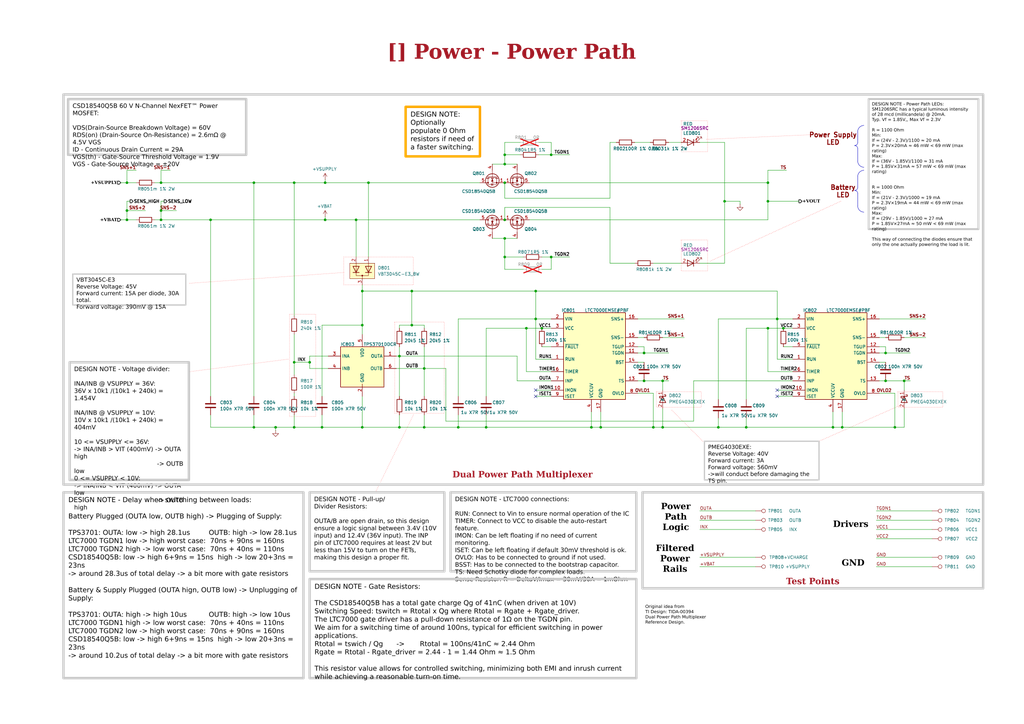
<source format=kicad_sch>
(kicad_sch (version 20231120) (generator "eeschema") (generator_version "8.0")
  (paper "A3")
  (title_block (title "Power - Power Path") (date "Last Modified Date") (rev "${REVISION}") (company "${COMPANY}"))
  (lib_symbols
    (symbol "Charge_Manager_SYM:PMEG4030EXEX"
      (property "Reference" "D" (at 0 6.096 0))
      (property "Value" "PMEG4030EXEX" (at 0 3.556 0))
      (symbol "PMEG4030EXEX_0_1"
        (polyline (pts (xy 0 0) (xy 2.54 0)))
        (polyline (pts (xy 0 -1.27) (xy 0 1.27) (xy 2.54 0) (xy 0 -1.27)) (stroke (width 0.254)))
        (polyline (pts (xy 3.175 -0.635) (xy 3.175 -1.27) (xy 2.54 -1.27) (xy 2.54 1.27) (xy 1.905 1.27) (xy 1.905 0.635)) (stroke (width 0.254)))
      )
      (symbol "PMEG4030EXEX_1_1"
        (pin passive line (at 5.08 0 180) (length 2.54) (name "K") (number "1"))
        (pin passive line (at -2.54 0 0) (length 2.54) (name "A") (number "2"))
      )
    )
    (symbol "Charge_Manager_SYM:SM1206SRC" (pin_names hide)
      (property "Reference" "LED601" (at 8.89 -3.81 90))
      (property "Value" "SM1206SRC" (at 6.35 -3.81 90))
      (symbol "SM1206SRC_0_1"
        (polyline (pts (xy 0 -1.27) (xy 0 1.27)) (stroke (width 0.254)))
        (polyline (pts (xy 0 0) (xy 2.54 0)))
        (polyline (pts (xy 2.54 -1.27) (xy 2.54 1.27) (xy 0 0) (xy 2.54 -1.27)) (stroke (width 0.254)))
        (polyline (pts (xy -1.778 -0.762) (xy -3.302 -2.286) (xy -2.54 -2.286) (xy -3.302 -2.286) (xy -3.302 -1.524)))
        (polyline (pts (xy -0.508 -0.762) (xy -2.032 -2.286) (xy -1.27 -2.286) (xy -2.032 -2.286) (xy -2.032 -1.524)))
      )
      (symbol "SM1206SRC_1_1"
        (pin passive line (at -2.54 0 0) (length 2.54) (name "K") (number "1"))
        (pin passive line (at 5.08 0 180) (length 2.54) (name "A") (number "2"))
      )
    )
    (symbol "Charge_Manager_SYM:TPS3701DDCR"
      (property "Reference" "IC" (at 5.08 4.064 0))
      (property "Value" "TPS3701DDCR" (at 14.224 4.064 0))
      (symbol "TPS3701DDCR_1_1"
        (rectangle (start 5.08 2.54) (end 22.86 -13.97) (stroke (width 0.254)) (fill (type background)))
        (pin passive line (at 27.94 -1.27 180) (length 5.08) (name "OUTA") (number "1"))
        (pin passive line (at 13.97 -17.78 90) (length 5.08) (name "GND") (number "2"))
        (pin passive line (at 0 -1.27 0) (length 5.08) (name "INA") (number "3"))
        (pin passive line (at 0 -6.35 0) (length 5.08) (name "INB") (number "4"))
        (pin passive line (at 13.97 7.62 270) (length 5.08) (name "VDD") (number "5"))
        (pin passive line (at 27.94 -6.35 180) (length 5.08) (name "OUTB") (number "6"))
      )
    )
    (symbol "Charge_Manager_SYM:VBT3045C-E3_8W"
      (property "Reference" "D" (at 0 9.144 0))
      (property "Value" "VBT3045C-E3_8W" (at -0.254 7.112 0))
      (symbol "VBT3045C-E3_8W_0_0"
        (polyline (pts (xy 3.81 -1.27) (xy 3.81 -3.81)) (stroke (width 0.254)))
        (polyline (pts (xy 3.81 1.27) (xy 3.81 3.81)) (stroke (width 0.254)))
      )
      (symbol "VBT3045C-E3_8W_0_1"
        (polyline (pts (xy 5.08 0) (xy 6.35 0)))
        (polyline (pts (xy 0 -2.54) (xy 5.08 -2.54) (xy 5.08 2.54) (xy 0 2.54)))
        (polyline (pts (xy 1.27 -1.27) (xy 3.81 -2.54) (xy 1.27 -3.81) (xy 1.27 -1.27) (xy 1.27 -1.27) (xy 1.27 -1.27)) (stroke (width 0.254)))
        (polyline (pts (xy 1.27 3.81) (xy 3.81 2.54) (xy 1.27 1.27) (xy 1.27 3.81) (xy 1.27 3.81) (xy 1.27 3.81)) (stroke (width 0.254)))
        (circle (center 5.08 0) (radius 0.254) (fill (type outline)))
      )
      (symbol "VBT3045C-E3_8W_1_1"
        (rectangle (start 0 5.08) (end 6.35 -5.08) (fill (type background)))
        (pin passive line (at -2.54 2.54 0) (length 2.54) (name "") (number "1"))
        (pin passive line (at -2.54 -2.54 0) (length 2.54) (name "") (number "2"))
        (pin passive line (at 8.89 0 180) (length 2.54) (name "") (number "3"))
      )
    )
    (symbol "Connector:TestPoint" (pin_numbers hide) (pin_names (offset 0.762) hide)
      (property "Reference" "TP" (at 0 6.858 0))
      (property "Value" "TestPoint" (at 0 5.08 0))
      (symbol "TestPoint_0_1"
        (circle (center 0 3.302) (radius 0.762))
      )
      (symbol "TestPoint_1_1"
        (pin passive line (at 0 0 90) (length 2.54) (name "1") (number "1"))
      )
    )
    (symbol "Device:C" (pin_numbers hide) (pin_names (offset 0.254))
      (property "Reference" "C" (at 0.635 2.54 0))
      (property "Value" "C" (at 0.635 -2.54 0))
      (symbol "C_0_1"
        (polyline (pts (xy -2.032 -0.762) (xy 2.032 -0.762)) (stroke (width 0.508)))
        (polyline (pts (xy -2.032 0.762) (xy 2.032 0.762)) (stroke (width 0.508)))
      )
      (symbol "C_1_1"
        (pin passive line (at 0 3.81 270) (length 2.794) (name "~") (number "1"))
        (pin passive line (at 0 -3.81 90) (length 2.794) (name "~") (number "2"))
      )
    )
    (symbol "Device:R" (pin_numbers hide) (pin_names (offset 0))
      (property "Reference" "R" (at 2.032 0 90))
      (property "Value" "R" (at 0 0 90))
      (symbol "R_0_1"
        (rectangle (start -1.016 -2.54) (end 1.016 2.54) (stroke (width 0.254)))
      )
      (symbol "R_1_1"
        (pin passive line (at 0 3.81 270) (length 1.27) (name "~") (number "1"))
        (pin passive line (at 0 -3.81 90) (length 1.27) (name "~") (number "2"))
      )
    )
    (symbol "LTC7000EMSE#PBF_1"
      (property "Reference" "IC801" (at 7.112 3.556 0))
      (property "Value" "LTC7000EMSE#PBF" (at 22.86 3.556 0))
      (symbol "LTC7000EMSE#PBF_1_1_1"
        (rectangle (start 5.08 2.54) (end 30.48 -33.02) (stroke (width 0.254)) (fill (type background)))
        (pin passive line (at 0 -16.51 0) (length 5.08) (name "RUN") (number "1"))
        (pin passive line (at 0 -29.21 0) (length 5.08) (name "IMON") (number "10"))
        (pin passive line (at 35.56 -13.97 180) (length 5.08) (name "TGDN") (number "11"))
        (pin passive line (at 35.56 -11.43 180) (length 5.08) (name "TGUP") (number "12"))
        (pin passive line (at 35.56 -25.4 180) (length 5.08) (name "TS") (number "13"))
        (pin passive line (at 35.56 -17.78 180) (length 5.08) (name "BST") (number "14"))
        (pin passive line (at 35.56 -7.62 180) (length 5.08) (name "SNS-") (number "15"))
        (pin passive line (at 35.56 0 180) (length 5.08) (name "SNS+") (number "16"))
        (pin passive line (at 20.32 -38.1 90) (length 5.08) (name "GND") (number "17"))
        (pin passive line (at 0 0 0) (length 5.08) (name "VIN") (number "2"))
        (pin passive line (at 0 -3.81 0) (length 5.08) (name "VCC") (number "3"))
        (pin passive line (at 16.51 -38.1 90) (length 5.08) (name "VCCUV") (number "4"))
        (pin passive line (at 0 -11.43 0) (length 5.08) (name "~{FAULT}") (number "5"))
        (pin passive line (at 0 -21.59 0) (length 5.08) (name "TIMER") (number "6"))
        (pin passive line (at 0 -25.4 0) (length 5.08) (name "INP") (number "7"))
        (pin passive line (at 35.56 -30.48 180) (length 5.08) (name "OVLO") (number "8"))
        (pin passive line (at 0 -31.75 0) (length 5.08) (name "ISET") (number "9"))
      )
    )
    (symbol "Transistor_FET:CSD18540Q5B" (pin_names hide)
      (property "Reference" "Q" (at 5.08 1.905 0))
      (property "Value" "CSD18540Q5B" (at 5.08 0 0))
      (symbol "CSD18540Q5B_0_1"
        (polyline (pts (xy 0.254 0) (xy -2.54 0)))
        (polyline (pts (xy 0.254 1.905) (xy 0.254 -1.905)) (stroke (width 0.254)))
        (polyline (pts (xy 0.762 -1.27) (xy 0.762 -2.286)) (stroke (width 0.254)))
        (polyline (pts (xy 0.762 0.508) (xy 0.762 -0.508)) (stroke (width 0.254)))
        (polyline (pts (xy 0.762 2.286) (xy 0.762 1.27)) (stroke (width 0.254)))
        (polyline (pts (xy 2.54 2.54) (xy 2.54 1.778)))
        (polyline (pts (xy 2.54 -2.54) (xy 2.54 0) (xy 0.762 0)))
        (polyline (pts (xy 0.762 -1.778) (xy 3.302 -1.778) (xy 3.302 1.778) (xy 0.762 1.778)))
        (polyline (pts (xy 1.016 0) (xy 2.032 0.381) (xy 2.032 -0.381) (xy 1.016 0)) (fill (type outline)))
        (polyline (pts (xy 2.794 0.508) (xy 2.921 0.381) (xy 3.683 0.381) (xy 3.81 0.254)))
        (polyline (pts (xy 3.302 0.381) (xy 2.921 -0.254) (xy 3.683 -0.254) (xy 3.302 0.381)))
        (circle (center 1.651 0) (radius 2.794) (stroke (width 0.254)))
        (circle (center 2.54 -1.778) (radius 0.254) (fill (type outline)))
        (circle (center 2.54 1.778) (radius 0.254) (fill (type outline)))
      )
      (symbol "CSD18540Q5B_1_1"
        (pin passive line (at 2.54 -5.08 90) (length 2.54) (name "S") (number "1"))
        (pin passive line (at 2.54 -5.08 90) (length 2.54) hide (name "S") (number "2"))
        (pin passive line (at 2.54 -5.08 90) (length 2.54) hide (name "S") (number "3"))
        (pin passive line (at -5.08 0 0) (length 2.54) (name "G") (number "4"))
        (pin passive line (at 2.54 5.08 270) (length 2.54) (name "D") (number "5"))
      )
    )
    (symbol "power:+3V3" (power) (pin_numbers hide) (pin_names (offset 0) hide)
      (property "Value" "+3V3" (at 0 3.556 0))
      (symbol "+3V3_0_1"
        (polyline (pts (xy -0.762 1.27) (xy 0 2.54)))
        (polyline (pts (xy 0 0) (xy 0 2.54)))
        (polyline (pts (xy 0 2.54) (xy 0.762 1.27)))
      )
      (symbol "+3V3_1_1"
        (pin power_in line (at 0 0 90) (length 0) (name "~") (number "1"))
      )
    )
    (symbol "power:GND" (power) (pin_numbers hide) (pin_names (offset 0) hide)
      (property "Value" "GND" (at 0 -3.81 0))
      (symbol "GND_0_1"
        (polyline (pts (xy 0 0) (xy 0 -1.27) (xy 1.27 -1.27) (xy 0 -2.54) (xy -1.27 -1.27) (xy 0 -1.27)))
      )
      (symbol "GND_1_1"
        (pin power_in line (at 0 0 270) (length 0) (name "~") (number "1"))
      )
    )
  )
  (junction (at 345.44 175.26))
  (junction (at 66.04 90.17))
  (junction (at 168.91 119.38))
  (junction (at 246.38 175.26))
  (junction (at 52.07 74.93))
  (junction (at 151.13 74.93))
  (junction (at 341.63 175.26))
  (junction (at 66.04 86.36))
  (junction (at 226.06 105.41))
  (junction (at 127 148.59))
  (junction (at 132.08 175.26))
  (junction (at 363.22 144.78))
  (junction (at 113.03 175.26))
  (junction (at 104.14 175.26))
  (junction (at 271.78 156.21))
  (junction (at 363.22 156.21))
  (junction (at 120.65 175.26))
  (junction (at 314.96 82.55))
  (junction (at 187.96 175.26))
  (junction (at 321.31 134.62))
  (junction (at 294.64 175.26))
  (junction (at 207.01 105.41))
  (junction (at 264.16 144.78))
  (junction (at 264.16 156.21))
  (junction (at 219.71 130.81))
  (junction (at 207.01 74.93))
  (junction (at 146.05 90.17))
  (junction (at 367.03 175.26))
  (junction (at 318.77 130.81))
  (junction (at 226.06 63.5))
  (junction (at 52.07 86.36))
  (junction (at 207.01 67.31))
  (junction (at 66.04 74.93))
  (junction (at 148.59 133.35))
  (junction (at 168.91 133.35))
  (junction (at 242.57 175.26))
  (junction (at 163.83 175.26))
  (junction (at 104.14 74.93))
  (junction (at 120.65 148.59))
  (junction (at 215.9 134.62))
  (junction (at 148.59 175.26))
  (junction (at 219.71 119.38))
  (junction (at 306.07 175.26))
  (junction (at 271.78 175.26))
  (junction (at 199.39 175.26))
  (junction (at 207.01 97.79))
  (junction (at 222.25 134.62))
  (junction (at 86.36 90.17))
  (junction (at 207.01 90.17))
  (junction (at 297.18 82.55))
  (junction (at 133.35 74.93))
  (junction (at 267.97 175.26))
  (junction (at 207.01 63.5))
  (junction (at 163.83 146.05))
  (junction (at 314.96 74.93))
  (junction (at 148.59 119.38))
  (junction (at 370.84 156.21))
  (junction (at 173.99 151.13))
  (junction (at 52.07 90.17))
  (junction (at 133.35 90.17))
  (junction (at 173.99 175.26))
  (junction (at 120.65 74.93))
  (junction (at 314.96 134.62))
  (no_connect (at 318.77 162.56))
  (no_connect (at 318.77 160.02))
  (no_connect (at 219.71 162.56))
  (no_connect (at 219.71 160.02))
  (wire (pts (xy 284.48 156.21) (xy 284.48 172.72)))
  (wire (pts (xy 219.71 160.02) (xy 226.06 160.02)))
  (wire (pts (xy 151.13 74.93) (xy 151.13 105.41)))
  (wire (pts (xy 212.09 97.79) (xy 207.01 97.79)))
  (wire (pts (xy 294.64 171.45) (xy 294.64 175.26)))
  (wire (pts (xy 199.39 170.18) (xy 199.39 175.26)))
  (wire (pts (xy 250.19 107.95) (xy 260.35 107.95)))
  (wire (pts (xy 267.97 175.26) (xy 271.78 175.26)))
  (wire (pts (xy 222.25 110.49) (xy 226.06 110.49)))
  (wire (pts (xy 321.31 142.24) (xy 325.12 142.24)))
  (wire (pts (xy 250.19 58.42) (xy 252.73 58.42)))
  (wire (pts (xy 187.96 130.81) (xy 219.71 130.81)))
  (wire (pts (xy 360.68 148.59) (xy 363.22 148.59)))
  (wire (pts (xy 359.41 209.55) (xy 382.27 209.55)))
  (wire (pts (xy 113.03 175.26) (xy 120.65 175.26)))
  (wire (pts (xy 163.83 175.26) (xy 173.99 175.26)))
  (wire (pts (xy 187.96 170.18) (xy 187.96 175.26)))
  (wire (pts (xy 207.01 63.5) (xy 207.01 67.31)))
  (wire (pts (xy 207.01 58.42) (xy 207.01 63.5)))
  (wire (pts (xy 199.39 162.56) (xy 199.39 134.62)))
  (wire (pts (xy 341.63 175.26) (xy 345.44 175.26)))
  (wire (pts (xy 250.19 58.42) (xy 250.19 81.28)))
  (wire (pts (xy 201.93 97.79) (xy 207.01 97.79)))
  (wire (pts (xy 318.77 130.81) (xy 318.77 147.32)))
  (wire (pts (xy 261.62 130.81) (xy 280.67 130.81)))
  (polyline (pts (xy 118.11 147.32) (xy 78.105 152.4)) (stroke (width 0) (type dot) (color 255 0 0 1)))
  (wire (pts (xy 133.35 73.66) (xy 133.35 74.93)))
  (wire (pts (xy 314.96 152.4) (xy 325.12 152.4)))
  (wire (pts (xy 187.96 175.26) (xy 199.39 175.26)))
  (wire (pts (xy 104.14 170.18) (xy 104.14 175.26)))
  (wire (pts (xy 219.71 130.81) (xy 219.71 147.32)))
  (wire (pts (xy 271.78 167.64) (xy 271.78 175.26)))
  (wire (pts (xy 182.88 151.13) (xy 182.88 172.72)))
  (wire (pts (xy 314.96 134.62) (xy 321.31 134.62)))
  (wire (pts (xy 163.83 142.24) (xy 163.83 146.05)))
  (wire (pts (xy 52.07 86.36) (xy 59.69 86.36)))
  (wire (pts (xy 274.32 58.42) (xy 279.4 58.42)))
  (wire (pts (xy 127 146.05) (xy 127 148.59)))
  (wire (pts (xy 207.01 110.49) (xy 214.63 110.49)))
  (wire (pts (xy 207.01 67.31) (xy 212.09 67.31)))
  (wire (pts (xy 314.96 82.55) (xy 314.96 90.17)))
  (wire (pts (xy 314.96 69.85) (xy 314.96 74.93)))
  (wire (pts (xy 132.08 170.18) (xy 132.08 175.26)))
  (wire (pts (xy 267.97 107.95) (xy 279.4 107.95)))
  (wire (pts (xy 163.83 146.05) (xy 163.83 162.56)))
  (wire (pts (xy 345.44 168.91) (xy 345.44 175.26)))
  (wire (pts (xy 360.68 161.29) (xy 367.03 161.29)))
  (wire (pts (xy 63.5 90.17) (xy 66.04 90.17)))
  (wire (pts (xy 120.65 74.93) (xy 120.65 129.54)))
  (wire (pts (xy 127 151.13) (xy 134.62 151.13)))
  (wire (pts (xy 207.01 105.41) (xy 207.01 110.49)))
  (wire (pts (xy 52.07 69.85) (xy 55.88 69.85)))
  (wire (pts (xy 163.83 133.35) (xy 163.83 134.62)))
  (wire (pts (xy 306.07 171.45) (xy 306.07 175.26)))
  (wire (pts (xy 287.02 228.6) (xy 309.88 228.6)))
  (wire (pts (xy 215.9 152.4) (xy 226.06 152.4)))
  (wire (pts (xy 297.18 58.42) (xy 297.18 82.55)))
  (wire (pts (xy 49.53 74.93) (xy 52.07 74.93)))
  (wire (pts (xy 271.78 156.21) (xy 271.78 160.02)))
  (wire (pts (xy 261.62 144.78) (xy 264.16 144.78)))
  (wire (pts (xy 284.48 156.21) (xy 325.12 156.21)))
  (wire (pts (xy 261.62 156.21) (xy 264.16 156.21)))
  (wire (pts (xy 217.17 90.17) (xy 314.96 90.17)))
  (wire (pts (xy 318.77 119.38) (xy 318.77 130.81)))
  (wire (pts (xy 52.07 82.55) (xy 53.34 82.55)))
  (wire (pts (xy 162.56 146.05) (xy 163.83 146.05)))
  (wire (pts (xy 287.02 232.41) (xy 309.88 232.41)))
  (wire (pts (xy 113.03 176.53) (xy 113.03 175.26)))
  (wire (pts (xy 66.04 82.55) (xy 66.04 86.36)))
  (wire (pts (xy 207.01 105.41) (xy 214.63 105.41)))
  (wire (pts (xy 207.01 97.79) (xy 207.01 105.41)))
  (wire (pts (xy 219.71 130.81) (xy 226.06 130.81)))
  (wire (pts (xy 226.06 58.42) (xy 226.06 63.5)))
  (wire (pts (xy 226.06 105.41) (xy 226.06 110.49)))
  (polyline (pts (xy 140.97 111.76) (xy 77.47 116.205)) (stroke (width 0) (type dot) (color 255 0 0 1)))
  (wire (pts (xy 52.07 90.17) (xy 55.88 90.17)))
  (wire (pts (xy 261.62 148.59) (xy 264.16 148.59)))
  (wire (pts (xy 359.41 213.36) (xy 382.27 213.36)))
  (wire (pts (xy 367.03 175.26) (xy 370.84 175.26)))
  (wire (pts (xy 217.17 74.93) (xy 314.96 74.93)))
  (wire (pts (xy 363.22 156.21) (xy 370.84 156.21)))
  (wire (pts (xy 318.77 162.56) (xy 325.12 162.56)))
  (wire (pts (xy 261.62 138.43) (xy 264.16 138.43)))
  (wire (pts (xy 173.99 133.35) (xy 173.99 134.62)))
  (polyline (pts (xy 351.79 60.96) (xy 351.815 66.06)))
  (wire (pts (xy 182.88 172.72) (xy 284.48 172.72)))
  (wire (pts (xy 207.01 63.5) (xy 213.36 63.5)))
  (wire (pts (xy 120.65 148.59) (xy 120.65 153.67)))
  (wire (pts (xy 86.36 162.56) (xy 86.36 90.17)))
  (wire (pts (xy 120.65 148.59) (xy 127 148.59)))
  (wire (pts (xy 173.99 151.13) (xy 182.88 151.13)))
  (wire (pts (xy 199.39 134.62) (xy 215.9 134.62)))
  (polyline (pts (xy 344.805 82.55) (xy 290.83 107.315)) (stroke (width 0) (type dot) (color 255 0 0 1)))
  (wire (pts (xy 52.07 74.93) (xy 55.88 74.93)))
  (wire (pts (xy 86.36 175.26) (xy 104.14 175.26)))
  (wire (pts (xy 151.13 74.93) (xy 196.85 74.93)))
  (wire (pts (xy 120.65 74.93) (xy 133.35 74.93)))
  (wire (pts (xy 360.68 156.21) (xy 363.22 156.21)))
  (wire (pts (xy 306.07 175.26) (xy 341.63 175.26)))
  (wire (pts (xy 271.78 138.43) (xy 280.67 138.43)))
  (wire (pts (xy 133.35 74.93) (xy 151.13 74.93)))
  (wire (pts (xy 52.07 69.85) (xy 52.07 74.93)))
  (wire (pts (xy 146.05 90.17) (xy 196.85 90.17)))
  (wire (pts (xy 219.71 119.38) (xy 318.77 119.38)))
  (wire (pts (xy 162.56 151.13) (xy 173.99 151.13)))
  (wire (pts (xy 222.25 142.24) (xy 226.06 142.24)))
  (wire (pts (xy 86.36 90.17) (xy 133.35 90.17)))
  (wire (pts (xy 163.83 170.18) (xy 163.83 175.26)))
  (wire (pts (xy 370.84 167.64) (xy 370.84 175.26)))
  (wire (pts (xy 341.63 168.91) (xy 341.63 175.26)))
  (wire (pts (xy 294.64 175.26) (xy 306.07 175.26)))
  (wire (pts (xy 173.99 170.18) (xy 173.99 175.26)))
  (wire (pts (xy 215.9 134.62) (xy 215.9 152.4)))
  (wire (pts (xy 49.53 90.17) (xy 52.07 90.17)))
  (wire (pts (xy 173.99 175.26) (xy 187.96 175.26)))
  (wire (pts (xy 303.53 82.55) (xy 303.53 83.82)))
  (wire (pts (xy 104.14 74.93) (xy 120.65 74.93)))
  (polyline (pts (xy 351.79 58.42) (xy 351.815 53.995)))
  (wire (pts (xy 146.05 90.17) (xy 146.05 105.41)))
  (wire (pts (xy 264.16 142.24) (xy 264.16 144.78)))
  (wire (pts (xy 261.62 161.29) (xy 267.97 161.29)))
  (wire (pts (xy 120.65 175.26) (xy 132.08 175.26)))
  (wire (pts (xy 267.97 161.29) (xy 267.97 175.26)))
  (wire (pts (xy 168.91 119.38) (xy 219.71 119.38)))
  (wire (pts (xy 63.5 74.93) (xy 66.04 74.93)))
  (wire (pts (xy 314.96 134.62) (xy 314.96 152.4)))
  (polyline (pts (xy 368.935 166.37) (xy 335.915 180.975)) (stroke (width 0) (type dot) (color 255 0 0 1)))
  (polyline (pts (xy 169.545 170.18) (xy 154.305 201.295)) (stroke (width 0) (type dot) (color 255 0 0 1)))
  (wire (pts (xy 148.59 116.84) (xy 148.59 119.38)))
  (wire (pts (xy 287.02 217.17) (xy 309.88 217.17)))
  (wire (pts (xy 294.64 130.81) (xy 318.77 130.81)))
  (wire (pts (xy 360.68 142.24) (xy 363.22 142.24)))
  (wire (pts (xy 127 148.59) (xy 127 151.13)))
  (wire (pts (xy 199.39 175.26) (xy 242.57 175.26)))
  (wire (pts (xy 370.84 156.21) (xy 370.84 160.02)))
  (wire (pts (xy 359.41 228.6) (xy 382.27 228.6)))
  (wire (pts (xy 207.01 74.93) (xy 207.01 81.28)))
  (wire (pts (xy 321.31 134.62) (xy 325.12 134.62)))
  (wire (pts (xy 318.77 160.02) (xy 325.12 160.02)))
  (wire (pts (xy 359.41 232.41) (xy 382.27 232.41)))
  (wire (pts (xy 367.03 161.29) (xy 367.03 175.26)))
  (wire (pts (xy 271.78 175.26) (xy 294.64 175.26)))
  (wire (pts (xy 220.98 63.5) (xy 226.06 63.5)))
  (wire (pts (xy 242.57 175.26) (xy 246.38 175.26)))
  (wire (pts (xy 264.16 156.21) (xy 271.78 156.21)))
  (wire (pts (xy 86.36 170.18) (xy 86.36 175.26)))
  (wire (pts (xy 132.08 133.35) (xy 132.08 162.56)))
  (wire (pts (xy 120.65 170.18) (xy 120.65 175.26)))
  (wire (pts (xy 260.35 58.42) (xy 266.7 58.42)))
  (wire (pts (xy 66.04 86.36) (xy 72.39 86.36)))
  (wire (pts (xy 173.99 151.13) (xy 173.99 162.56)))
  (wire (pts (xy 148.59 119.38) (xy 148.59 133.35)))
  (wire (pts (xy 370.84 138.43) (xy 379.73 138.43)))
  (wire (pts (xy 148.59 162.56) (xy 148.59 175.26)))
  (wire (pts (xy 318.77 147.32) (xy 325.12 147.32)))
  (wire (pts (xy 363.22 144.78) (xy 373.38 144.78)))
  (wire (pts (xy 120.65 161.29) (xy 120.65 162.56)))
  (wire (pts (xy 360.68 138.43) (xy 363.22 138.43)))
  (wire (pts (xy 222.25 105.41) (xy 226.06 105.41)))
  (wire (pts (xy 250.19 107.95) (xy 250.19 85.09)))
  (wire (pts (xy 207.01 85.09) (xy 207.01 90.17)))
  (polyline (pts (xy 351.79 76.835) (xy 351.815 72.41)))
  (wire (pts (xy 360.68 144.78) (xy 363.22 144.78)))
  (wire (pts (xy 148.59 119.38) (xy 168.91 119.38)))
  (wire (pts (xy 132.08 133.35) (xy 148.59 133.35)))
  (wire (pts (xy 220.98 58.42) (xy 226.06 58.42)))
  (wire (pts (xy 345.44 175.26) (xy 367.03 175.26)))
  (wire (pts (xy 271.78 156.21) (xy 274.32 156.21)))
  (wire (pts (xy 207.01 85.09) (xy 250.19 85.09)))
  (wire (pts (xy 215.9 134.62) (xy 222.25 134.62)))
  (wire (pts (xy 132.08 175.26) (xy 148.59 175.26)))
  (wire (pts (xy 66.04 69.85) (xy 69.85 69.85)))
  (wire (pts (xy 104.14 175.26) (xy 113.03 175.26)))
  (wire (pts (xy 359.41 217.17) (xy 382.27 217.17)))
  (wire (pts (xy 52.07 82.55) (xy 52.07 86.36)))
  (wire (pts (xy 66.04 86.36) (xy 66.04 90.17)))
  (wire (pts (xy 148.59 133.35) (xy 148.59 137.16)))
  (wire (pts (xy 207.01 58.42) (xy 213.36 58.42)))
  (wire (pts (xy 314.96 74.93) (xy 314.96 82.55)))
  (wire (pts (xy 201.93 67.31) (xy 207.01 67.31)))
  (wire (pts (xy 287.02 58.42) (xy 297.18 58.42)))
  (polyline (pts (xy 275.59 168.275) (xy 288.29 180.975)) (stroke (width 0) (type dot) (color 255 0 0 1)))
  (wire (pts (xy 133.35 88.9) (xy 133.35 90.17)))
  (wire (pts (xy 168.91 119.38) (xy 168.91 133.35)))
  (wire (pts (xy 163.83 133.35) (xy 168.91 133.35)))
  (wire (pts (xy 104.14 162.56) (xy 104.14 74.93)))
  (wire (pts (xy 120.65 137.16) (xy 120.65 148.59)))
  (wire (pts (xy 360.68 130.81) (xy 379.73 130.81)))
  (wire (pts (xy 148.59 175.26) (xy 163.83 175.26)))
  (wire (pts (xy 287.02 107.95) (xy 297.18 107.95)))
  (polyline (pts (xy 332.74 55.245) (xy 289.56 57.15)) (stroke (width 0) (type dot) (color 255 0 0 1)))
  (wire (pts (xy 264.16 144.78) (xy 274.32 144.78)))
  (wire (pts (xy 66.04 74.93) (xy 104.14 74.93)))
  (wire (pts (xy 297.18 82.55) (xy 297.18 107.95)))
  (wire (pts (xy 246.38 175.26) (xy 267.97 175.26)))
  (wire (pts (xy 133.35 90.17) (xy 146.05 90.17)))
  (wire (pts (xy 222.25 134.62) (xy 226.06 134.62)))
  (wire (pts (xy 359.41 220.98) (xy 382.27 220.98)))
  (wire (pts (xy 219.71 162.56) (xy 226.06 162.56)))
  (wire (pts (xy 163.83 146.05) (xy 212.09 146.05)))
  (wire (pts (xy 168.91 133.35) (xy 173.99 133.35)))
  (wire (pts (xy 297.18 82.55) (xy 303.53 82.55)))
  (wire (pts (xy 66.04 82.55) (xy 67.31 82.55)))
  (wire (pts (xy 246.38 168.91) (xy 246.38 175.26)))
  (wire (pts (xy 306.07 163.83) (xy 306.07 134.62)))
  (wire (pts (xy 363.22 142.24) (xy 363.22 144.78)))
  (wire (pts (xy 212.09 156.21) (xy 226.06 156.21)))
  (wire (pts (xy 127 146.05) (xy 134.62 146.05)))
  (wire (pts (xy 66.04 69.85) (xy 66.04 74.93)))
  (wire (pts (xy 294.64 130.81) (xy 294.64 163.83)))
  (wire (pts (xy 287.02 213.36) (xy 309.88 213.36)))
  (wire (pts (xy 314.96 82.55) (xy 327.66 82.55)))
  (wire (pts (xy 187.96 130.81) (xy 187.96 162.56)))
  (wire (pts (xy 219.71 147.32) (xy 226.06 147.32)))
  (wire (pts (xy 207.01 81.28) (xy 250.19 81.28)))
  (wire (pts (xy 219.71 119.38) (xy 219.71 130.81)))
  (wire (pts (xy 173.99 142.24) (xy 173.99 151.13)))
  (wire (pts (xy 226.06 63.5) (xy 233.68 63.5)))
  (polyline (pts (xy 351.79 79.375) (xy 351.815 84.475)))
  (wire (pts (xy 242.57 168.91) (xy 242.57 175.26)))
  (wire (pts (xy 212.09 146.05) (xy 212.09 156.21)))
  (wire (pts (xy 314.96 69.85) (xy 322.58 69.85)))
  (wire (pts (xy 306.07 134.62) (xy 314.96 134.62)))
  (wire (pts (xy 287.02 209.55) (xy 309.88 209.55)))
  (wire (pts (xy 66.04 90.17) (xy 86.36 90.17)))
  (wire (pts (xy 52.07 86.36) (xy 52.07 90.17)))
  (wire (pts (xy 370.84 156.21) (xy 373.38 156.21)))
  (wire (pts (xy 318.77 130.81) (xy 325.12 130.81)))
  (wire (pts (xy 226.06 105.41) (xy 233.68 105.41)))
  (wire (pts (xy 261.62 142.24) (xy 264.16 142.24)))
  (rectangle (start 161.925 132.08) (end 182.245 169.545) (stroke (width 0) (type dot) (color 255 0 0 1)))
  (arc (start 351.79 58.42) (mid 351.4109 59.3109) (end 350.52 59.69))
  (arc (start 351.79 72.39) (mid 352.5426 70.6026) (end 354.33 69.85))
  (rectangle (start 279.4 49.53) (end 290.195 62.23) (stroke (width 0) (type dot) (color 255 0 0 1)))
  (rectangle (start 269.24 160.655) (end 287.655 167.005) (stroke (width 0) (type dot) (color 255 0 0 1)))
  (rectangle (start 368.3 160.655) (end 386.715 167.005) (stroke (width 0) (type dot) (color 255 0 0 1)))
  (arc (start 350.52 59.69) (mid 351.4109 60.0691) (end 351.79 60.96))
  (arc (start 350.52 78.105) (mid 351.4134 78.4802) (end 351.79 79.375))
  (rectangle (start 140.97 105.41) (end 169.545 116.84) (stroke (width 0) (type dot) (color 255 0 0 1)))
  (arc (start 351.79 53.975) (mid 352.5429 52.1894) (end 354.33 51.435))
  (rectangle (start 118.745 128.905) (end 129.54 170.815) (stroke (width 0) (type dot) (color 255 0 0 1)))
  (arc (start 351.79 76.835) (mid 351.4134 77.7269) (end 350.52 78.105))
  (rectangle (start 279.4 98.425) (end 290.195 111.125) (stroke (width 0) (type dot) (color 255 0 0 1)))
  (rectangle (start 263.525 201.93) (end 403.225 241.3) (stroke (width 1) (color 200 200 200 1)))
  (arc (start 354.33 68.58) (mid 352.5354 67.8346) (end 351.79 66.04))
  (rectangle (start 26.035 38.735) (end 403.225 198.755) (stroke (width 1) (color 200 200 200 1)))
  (arc (start 354.33 86.995) (mid 352.5322 86.2514) (end 351.79 84.455))
  (text_box "PMEG4030EXE:\nReverse Voltage: 40V\nForward current: 3A\nForward voltage: 560mV\n->will conduct before damaging the TS pin." (at 288.925 180.975 0) (size 46.99 15.875) (stroke (width 0.508) (color 200 200 200 1)) (effects (font (size 1.651 1.651)) (justify left top)))
  (text_box "GND" (at 343.535 226.06 0) (size 12.7 8.255) (stroke (width -0.0001)) (effects (font (size 2.54 2.54) (thickness 0.508) (bold yes)) (justify bottom)))
  (text_box "DESIGN NOTE - Gate Resistors:\n\nThe CSD18540Q5B has a total gate charge Qg of 41nC (when driven at 10V)\nSwitching Speed: tswitch = Rtotal x Qg where Rtotal = Rgate + Rgate_driver. \nThe LTC7000 gate driver has a pull-down resistance of 1Ω on the TGDN pin.\nWe aim for a switching time of around 100ns, typical for efficient switching in power applications. \nRtotal = tswich / Qg		-> 		Rtotal = 100ns/41nC ≈ 2.44 Ohm\nRgate = Rtotal - Rgate_driver = 2.44 - 1 = 1.44 Ohm ≈ 1.5 Ohm\n\nThis resistor value allows for controlled switching, minimizing both EMI and inrush current while achieving a reasonable turn-on time." (at 127 237.49 0) (size 133.985 40.64) (stroke (width 1) (color 200 200 200 1)) (effects (font (size 2 2)) (justify left top)))
  (text_box "DESIGN NOTE:\nOptionally populate 0 Ohm resistors if need of a faster switching. " (at 166.37 43.815 0) (size 30.48 20.32) (stroke (width 1) (color 255 165 0 1)) (effects (font (size 2 2)) (justify left top)))
  (text_box "Power Path Logic" (at 267.97 205.105 0) (size 18.415 14.605) (stroke (width -0.0001)) (effects (font (size 2.54 2.54) (thickness 0.508) (bold yes)) (justify bottom)))
  (text_box "Power Supply\nLED" (at 328.32 52.725 0) (size 26.65 8.89) (stroke (width -0.0001)) (effects (font (size 1.905 1.905) (thickness 0.381) (bold yes)) (justify top)))
  (text_box "DESIGN NOTE - Delay when switching between loads:\n\nBattery Plugged (OUTA low, OUTB high) -> Plugging of Supply:\n\nTPS3701: OUTA: low -> high 28.1us		OUTB: high -> low 28.1us\nLTC7000 TGDN1 low -> high worst case:  70ns + 90ns = 160ns\nLTC7000 TGDN2 high -> low worst case:  70ns + 40ns = 110ns\nCSD18540Q5B: low -> high 6+9ns = 15ns  high -> low 20+3ns = 23ns\n-> around 28.3us of total delay -> a bit more with gate resistors\n\nBattery & Supply Plugged (OUTA hign, OUTB low) -> Unplugging of Supply:\n\nTPS3701: OUTA: high -> high 10us		OUTB: high -> low 10us\nLTC7000 TGDN1 high -> low worst case:  70ns + 40ns = 110ns\nLTC7000 TGDN2 low -> high worst case:  70ns + 90ns = 160ns\nCSD18540Q5B: low -> high 6+9ns = 15ns  high -> low 20+3ns = 23ns\n-> around 10.2us of total delay -> a bit more with gate resistors" (at 26.035 201.93 0) (size 98.425 76.2) (stroke (width 1) (color 200 200 200 1)) (effects (font (size 2 2)) (justify left top)))
  (text_box "Drivers" (at 339.725 210.185 0) (size 18.415 8.255) (stroke (width -0.0001)) (effects (font (size 2.54 2.54) (thickness 0.508) (bold yes)) (justify bottom)))
  (text_box "Test Points" (at 262.89 232.41 0) (size 140.97 9.525) (stroke (width -0.0001)) (effects (font (size 2.54 2.54) (thickness 0.508) (bold yes)) (justify bottom)))
  (text_box "VBT3045C-E3\nReverse Voltage: 45V\nForward current: 15A per diode, 30A total.\nForward voltage: 390mV @ 15A" (at 29.845 112.395 0) (size 46.355 12.7) (stroke (width 0.508) (color 200 200 200 1)) (effects (font (size 1.651 1.651)) (justify left top)))
  (text_box "Battery\nLED" (at 332.74 74.295 0) (size 26.015 8.89) (stroke (width -0.0001)) (effects (font (size 1.905 1.905) (thickness 0.381) (bold yes)) (justify top)))
  (text_box "DESIGN NOTE - LTC7000 connections:\n\nRUN: Connect to Vin to ensure normal operation of the IC\nTIMER: Connect to VCC to disable the auto-restart feature.\nIMON: Can be left floating if no need of current monitoring.\nISET: Can be left floating if default 30mV threshold is ok.\nOVLO: Has to be connected to ground if not used.\nBSST: Has to be connected to the bootstrap capacitor.\nTS: Need Schotky diode for complex loads.\nSense Resistor: R = DeltaV/Imax = 30mV/30A = 1mOhm\n" (at 184.785 201.93 0) (size 76.2 32.385) (stroke (width 1) (color 200 200 200 1)) (effects (font (size 1.778 1.778)) (justify left top)))
  (text_box "[${#}] ${TITLE}" (at 10.16 15.24 0) (size 399.415 12.7) (stroke (width -0.0001)) (effects (font (size 6 6) (thickness 1.2) (bold yes))))
  (text_box "Dual Power Path Multiplexer" (at 25.4 188.595 0) (size 377.825 9.525) (stroke (width -0.0001)) (effects (font (size 2.54 2.54) (thickness 0.508) (bold yes)) (justify bottom)))
  (text_box "DESIGN NOTE - Power Path LEDs:\nSM1206SRC has a typical luminous intensity \nof 28 mcd (millicandela) @ 20mA. \nTyp. Vf = 1.85V,, Max Vf = 2.3V\n\nR = 1100 Ohm\nMin:\nIf = (24V - 2.3V)/1100 ≈ 20 mA\nP = 2.3V×20mA ≈ 46 mW < 69 mW (max rating)\nMax:\nIf = (36V - 1.85V)/1100 ≈ 31 mA\nP = 1.85V×31mA ≈ 57 mW < 69 mW (max rating)\n\n\nR = 1000 Ohm\nMin:\nIf = (21V - 2.3V)/1000 ≈ 19 mA\nP = 2.3V×19mA = 44 mW < 69 mW (max rating)\nMax:\nIf = (29V - 1.85V)/1000 ≈ 27 mA\nP = 1.85V×27mA ≈ 50 mW < 69 mW (max rating)\n\nThis way of connecting the diodes ensure that only the one actually powering the load is lit." (at 356.26 40.62 0) (size 45.035 53.36) (stroke (width 0.8) (color 200 200 200 1)) (effects (font (size 1.27 1.27)) (justify left top)))
  (text_box "Filtered Power Rails" (at 267.335 227.33 0) (size 19.05 9.525) (stroke (width -0.0001)) (effects (font (size 2.54 2.54) (thickness 0.508) (bold yes)) (justify bottom)))
  (text_box "DESIGN NOTE - Voltage divider:\n\nINA/INB @ VSUPPLY = 36V:\n36V x 10k1 /(10k1 + 240k) = 1.454V\n\nINA/INB @ VSUPPLY = 10V:\n10V x 10k1 /(10k1 + 240k) = 404mV\n\n10 <= VSUPPLY <= 36V:\n-> INA/INB > VIT (400mV) -> OUTA high\n                                           -> OUTB low\n0 <= VSUPPLY < 10V:\n-> INA/INB < VIT (400mV) -> OUTA low\n                                           -> OUTB high\n\n\n" (at 28.575 148.59 0) (size 48.895 48.26) (stroke (width 1) (color 200 200 200 1)) (effects (font (size 1.778 1.778)) (justify left top)))
  (text_box "CSD18540Q5B 60 V N-Channel NexFET™ Power MOSFET:\n\nVDS(Drain-Source Breakdown Voltage) = 60V\nRDS(on) (Drain-Source On-Resistance) = 2.6mΩ @ 4.5V VGS  \nID - Continuous Drain Current = 29A\nVGS(th) - Gate-Source Threshold Voltage = 1.9V\nVGS - Gate-Source Voltage = ±20V" (at 27.94 40.64 0) (size 73.025 22.86) (stroke (width 1) (color 200 200 200 1)) (effects (font (size 1.778 1.778)) (justify left top)))
  (text_box "DESIGN NOTE - Pull-up/\nDivider Resistors:\n\nOUTA/B are open drain, so this design ensure a logic signal between 3.4V (10V input) and 12.4V (36V input). The INP pin of LTC7000 requires at least 2V but less than 15V to turn on the FETs, making this design a proper fit." (at 127 201.93 0) (size 55.245 32.385) (stroke (width 1) (color 200 200 200 1)) (effects (font (size 1.778 1.778)) (justify left top)))
  (text "Original idea from \nTI Design: TIDA-00394\nDual Power Path Multiplexer \nReference Design." (at 264.668 256.54 0) (effects (font (size 1.27 1.27)) (justify left bottom)))
  (label "OVLO1" (at 266.7 161.29 180) (effects (font (thickness 0.254) (bold yes))))
  (label "IMON1" (at 220.98 160.02 0) (effects (font (thickness 0.254) (bold yes))))
  (label "OUTB" (at 287.02 213.36 0))
  (label "TS" (at 322.58 69.85 180) (effects (font (thickness 0.254) (bold yes))))
  (label "SNS+2" (at 59.69 86.36 180) (effects (font (thickness 0.254) (bold yes))))
  (label "TIMER1" (at 220.98 152.4 0) (effects (font (thickness 0.254) (bold yes))))
  (label "SNS+2" (at 379.73 130.81 180) (effects (font (thickness 0.254) (bold yes))))
  (label "IMON2" (at 320.04 160.02 0) (effects (font (thickness 0.254) (bold yes))))
  (label "+VBAT" (at 287.02 232.41 0) (property "Netclass" "+VBAT" (effects (hide yes))))
  (label "SNS+1" (at 55.88 69.85 180) (effects (font (thickness 0.254) (bold yes))))
  (label "OUTA" (at 166.37 146.05 0) (effects (font (thickness 0.254) (bold yes))))
  (label "GND" (at 359.41 228.6 0) (property "Netclass" "GND" (effects (hide yes))))
  (label "SNS-1" (at 280.67 138.43 180) (effects (font (thickness 0.254) (bold yes))))
  (label "TGDN2" (at 233.68 105.41 180) (effects (font (thickness 0.254) (bold yes))))
  (label "ISET2" (at 320.04 162.56 0) (effects (font (thickness 0.254) (bold yes))))
  (label "TS" (at 274.32 156.21 180) (effects (font (thickness 0.254) (bold yes))))
  (label "OUTA" (at 287.02 209.55 0))
  (label "SNS-2" (at 72.39 86.36 180) (effects (font (thickness 0.254) (bold yes))))
  (label "RUN2" (at 320.04 147.32 0) (effects (font (thickness 0.254) (bold yes))))
  (label "GND" (at 359.41 232.41 0) (property "Netclass" "GND" (effects (hide yes))))
  (label "OUTB" (at 320.04 156.21 0) (effects (font (thickness 0.254) (bold yes))))
  (label "ISET1" (at 220.98 162.56 0) (effects (font (thickness 0.254) (bold yes))))
  (label "OVLO2" (at 365.76 161.29 180) (effects (font (thickness 0.254) (bold yes))))
  (label "TGDN1" (at 233.68 63.5 180) (effects (font (thickness 0.254) (bold yes))))
  (label "OUTA" (at 220.98 156.21 0) (effects (font (thickness 0.254) (bold yes))))
  (label "VCC2" (at 320.04 134.62 0) (effects (font (thickness 0.254) (bold yes))))
  (label "INX" (at 121.92 148.59 0) (effects (font (thickness 0.254) (bold yes))))
  (label "+VSUPPLY" (at 287.02 228.6 0) (property "Netclass" "+VSUPPLY" (effects (hide yes))))
  (label "SNS+1" (at 280.67 130.81 180) (effects (font (thickness 0.254) (bold yes))))
  (label "TGDN2" (at 373.38 144.78 180) (effects (font (thickness 0.254) (bold yes))))
  (label "TGDN1" (at 359.41 209.55 0))
  (label "RUN1" (at 220.98 147.32 0) (effects (font (thickness 0.254) (bold yes))))
  (label "VCC1" (at 359.41 217.17 0))
  (label "TS" (at 373.38 156.21 180) (effects (font (thickness 0.254) (bold yes))))
  (label "TIMER2" (at 320.04 152.4 0) (effects (font (thickness 0.254) (bold yes))))
  (label "SNS-1" (at 69.85 69.85 180) (effects (font (thickness 0.254) (bold yes))))
  (label "VCC2" (at 359.41 220.98 0))
  (label "VCC1" (at 220.98 134.62 0) (effects (font (thickness 0.254) (bold yes))))
  (label "OUTB" (at 166.37 151.13 0) (effects (font (thickness 0.254) (bold yes))))
  (label "SNS-2" (at 379.73 138.43 180) (effects (font (thickness 0.254) (bold yes))))
  (label "TGDN2" (at 359.41 213.36 0))
  (label "TGDN1" (at 274.32 144.78 180) (effects (font (thickness 0.254) (bold yes))))
  (label "INX" (at 287.02 217.17 0))
  (hierarchical_label "+VBAT" (shape input) (at 49.53 90.17 180) (effects (font (thickness 0.254) (bold yes))) (property "Netclass" "+VBAT" (effects (hide yes))))
  (hierarchical_label "SENS_HIGH" (shape output) (at 53.34 82.55 0) (effects (font (thickness 0.254) (bold yes))) (property "Netclass" "+VBAT" (effects (hide yes))))
  (hierarchical_label "SENS_LOW" (shape output) (at 67.31 82.55 0) (effects (font (thickness 0.254) (bold yes))) (property "Netclass" "+VBAT" (effects (hide yes))))
  (hierarchical_label "+VOUT" (shape output) (at 327.66 82.55 0) (effects (font (thickness 0.254) (bold yes))) (property "Netclass" "+VOUT" (effects (hide yes))))
  (hierarchical_label "+VSUPPLY" (shape input) (at 49.53 74.93 180) (effects (font (thickness 0.254) (bold yes))) (property "Netclass" "+VSUPPLY" (effects (hide yes))))
  (symbol (lib_id "Device:R") (at 267.97 138.43 90) (unit 1)
    (property "Reference" "R814" (at 264.414 136.398 90))
    (property "Value" "100R 1%" (at 270.764 136.398 90))
    (property "Description" "Resistor" (effects (hide yes)))
  )
  (symbol (lib_id "Device:R") (at 163.83 138.43 0) (unit 1)
    (property "Reference" "R811" (at 165.862 137.16 0) (effects (justify left)))
    (property "Value" "20k5 1%" (at 165.862 139.7 0) (effects (justify left)))
    (property "Description" "Resistor" (effects (hide yes)))
  )
  (symbol (lib_id "Device:C") (at 104.14 166.37 0) (unit 1)
    (property "Reference" "C804" (at 107.95 165.1 0) (effects (justify left)))
    (property "Value" "100n X7R 50V" (at 107.95 167.64 0) (effects (justify left)))
    (property "Description" "Unpolarized capacitor" (effects (hide yes)))
  )
  (symbol (lib_id "Device:R") (at 218.44 110.49 90) (unit 1) (dnp yes)
    (property "Reference" "R809" (at 214.884 108.458 90))
    (property "Value" "0R" (at 221.234 108.458 90))
    (property "Description" "Resistor" (effects (hide yes)))
  )
  (symbol (lib_id "Connector:TestPoint") (at 382.27 209.55 270) (mirror x) (unit 1)
    (property "Reference" "TP802" (at 387.35 209.55 90) (effects (justify left)))
    (property "Value" "TGDN1" (at 395.986 209.55 90) (effects (justify left)))
    (property "Description" "test point" (effects (hide yes)))
  )
  (symbol (lib_id "Transistor_FET:CSD18540Q5B") (at 201.93 92.71 90) (unit 1)
    (property "Reference" "Q803" (at 196.342 93.98 90))
    (property "Value" "CSD18540Q5B" (at 196.342 86.614 90))
    (property "Footprint" "Package_TO_SOT_SMD:TDSON-8-1" (effects (hide yes)))
    (property "Datasheet" "http://www.ti.com/lit/gpn/csd18540q5b" (effects (hide yes)))
    (property "Description" "100A Id, 60V Vds, NexFET N-Channel Power MOSFET, 2.2mOhm Ron, 41nC Qg(typ), SON8 5x6mm" (effects (hide yes)))
    (property "Manufacturer Part Number" "CSD18540Q5B" (effects (hide yes)))
    (property "Manufacturer" "Texas Instruments" (effects (hide yes)))
    (property "Supplier Part Number" "595-CSD18540Q5B" (effects (hide yes)))
    (property "Supplier" "Mouser Electronics" (effects (hide yes)))
  )
  (symbol (lib_id "Device:R") (at 120.65 166.37 0) (unit 1)
    (property "Reference" "R818" (at 123.19 165.1 0) (effects (justify left)))
    (property "Value" "10k 1%" (at 123.19 167.64 0) (effects (justify left)))
    (property "Description" "Resistor" (effects (hide yes)))
  )
  (symbol (lib_id "Device:R") (at 222.25 138.43 180) (unit 1)
    (property "Reference" "R813" (at 223.774 137.16 0) (effects (justify right)))
    (property "Value" "100k 1%" (at 223.774 139.446 0) (effects (justify right)))
    (property "Description" "Resistor" (effects (hide yes)))
  )
  (symbol (lib_id "Connector:TestPoint") (at 309.88 228.6 270) (mirror x) (unit 1)
    (property "Reference" "TP808" (at 315.468 228.6 90) (effects (justify left)))
    (property "Value" "+VCHARGE" (at 321.31 228.6 90) (effects (justify left)))
    (property "Description" "test point" (effects (hide yes)))
  )
  (symbol (lib_id "Device:R") (at 120.65 157.48 0) (unit 1)
    (property "Reference" "R817" (at 123.19 156.21 0) (effects (justify left)))
    (property "Value" "100R 1%" (at 123.19 158.75 0) (effects (justify left)))
    (property "Description" "Resistor" (effects (hide yes)))
  )
  (symbol (lib_id "Device:R") (at 59.69 74.93 90) (mirror x) (unit 1)
    (property "Reference" "R805" (at 56.388 77.47 90) (effects (justify right)))
    (property "Value" "1m 1% 2W" (at 61.468 77.47 90) (effects (justify right)))
    (property "Description" "Resistor" (effects (hide yes)))
  )
  (symbol (lib_id "Charge_Manager_SYM:PMEG4030EXEX") (at 271.78 165.1 90) (unit 1)
    (property "Reference" "D802" (at 274.32 162.2425 90) (effects (justify right)))
    (property "Value" "PMEG4030EXEX" (at 274.32 164.7825 90) (effects (justify right)))
    (property "Footprint" "PMEG4010EXEX" (effects (hide yes)))
    (property "Datasheet" "https://assets.nexperia.com/documents/data-sheet/PMEG4010EXE.pdf" (effects (hide yes)))
    (property "Description" "PMEG4030EXE-Q - 40 V, 3 A Schottky barrier rectifier@en-us" (effects (hide yes)))
    (property "Manufacturer Part Number" "PMEG4030EXEX" (effects (hide yes)))
    (property "Manufacturer" "Nexperia" (effects (hide yes)))
    (property "Supplier Part Number" "771-PMEG4030EXEX" (effects (hide yes)))
    (property "Supplier" "Mouser Electronics" (effects (hide yes)))
  )
  (symbol (lib_id "Device:R") (at 59.69 90.17 90) (mirror x) (unit 1)
    (property "Reference" "R806" (at 56.388 92.71 90) (effects (justify right)))
    (property "Value" "1m 1% 2W" (at 61.468 92.71 90) (effects (justify right)))
    (property "Description" "Resistor" (effects (hide yes)))
  )
  (symbol (lib_id "Device:R") (at 367.03 138.43 90) (unit 1)
    (property "Reference" "R816" (at 363.474 136.398 90))
    (property "Value" "100R 1%" (at 369.824 136.398 90))
    (property "Description" "Resistor" (effects (hide yes)))
  )
  (symbol (lib_id "Connector:TestPoint") (at 309.88 217.17 270) (mirror x) (unit 1)
    (property "Reference" "TP805" (at 314.96 217.17 90) (effects (justify left)))
    (property "Value" "INX" (at 323.596 217.17 90) (effects (justify left)))
    (property "Description" "test point" (effects (hide yes)))
  )
  (symbol (lib_name "LTC7000EMSE#PBF_1") (lib_id "Charge_Manager_SYM:LTC7000EMSE#PBF") (at 325.12 130.81 0) (unit 1)
    (property "Reference" "IC802" (at 332.232 127.254 0))
    (property "Value" "LTC7000EMSE#PBF" (at 347.98 127.254 0))
    (property "Footprint" "SOP50P490X110-17N" (effects (hide yes)))
    (property "Datasheet" "https://www.analog.com/media/en/technical-documentation/data-sheets/ltc7000-7000-1.pdf" (effects (hide yes)))
    (property "Description" "Gate Drivers Fast 150V Protected High Side NMOS Static Switch Driver" (effects (hide yes)))
    (property "Manufacturer Part Number" "LTC7000EMSE#PBF" (effects (hide yes)))
    (property "Manufacturer" "Analog Devices" (effects (hide yes)))
    (property "Supplier Part Number" "584-LTC7000EMSEPBF" (effects (hide yes)))
    (property "Supplier" "Mouser Electronics" (effects (hide yes)))
  )
  (symbol (lib_name "LTC7000EMSE#PBF_1") (lib_id "Charge_Manager_SYM:LTC7000EMSE#PBF") (at 226.06 130.81 0) (unit 1)
    (property "Reference" "IC801" (at 233.172 127.254 0))
    (property "Value" "LTC7000EMSE#PBF" (at 248.92 127.254 0))
    (property "Footprint" "SOP50P490X110-17N" (effects (hide yes)))
    (property "Datasheet" "https://www.analog.com/media/en/technical-documentation/data-sheets/ltc7000-7000-1.pdf" (effects (hide yes)))
    (property "Description" "Gate Drivers Fast 150V Protected High Side NMOS Static Switch Driver" (effects (hide yes)))
    (property "Manufacturer Part Number" "LTC7000EMSE#PBF" (effects (hide yes)))
    (property "Manufacturer" "Analog Devices" (effects (hide yes)))
    (property "Supplier Part Number" "584-LTC7000EMSEPBF" (effects (hide yes)))
    (property "Supplier" "Mouser Electronics" (effects (hide yes)))
  )
  (symbol (lib_id "Device:C") (at 294.64 167.64 0) (unit 1)
    (property "Reference" "C808" (at 297.18 166.37 0) (effects (justify left)))
    (property "Value" "1u X7R 50V" (at 295.91 170.434 0) (effects (justify left)))
    (property "Description" "Unpolarized capacitor" (effects (hide yes)))
  )
  (symbol (lib_id "Connector:TestPoint") (at 382.27 228.6 270) (mirror x) (unit 1)
    (property "Reference" "TP809" (at 387.35 228.6 90) (effects (justify left)))
    (property "Value" "GND" (at 395.986 228.6 90) (effects (justify left)))
    (property "Description" "test point" (effects (hide yes)))
  )
  (symbol (lib_id "Device:R") (at 264.16 107.95 90) (mirror x) (unit 1)
    (property "Reference" "R808" (at 260.858 110.49 90) (effects (justify right)))
    (property "Value" "1k 1% 2W" (at 265.938 110.49 90) (effects (justify right)))
    (property "Description" "Resistor" (effects (hide yes)))
  )
  (symbol (lib_id "Connector:TestPoint") (at 382.27 213.36 270) (mirror x) (unit 1)
    (property "Reference" "TP804" (at 387.35 213.36 90) (effects (justify left)))
    (property "Value" "TGDN2" (at 395.986 213.36 90) (effects (justify left)))
    (property "Description" "test point" (effects (hide yes)))
  )
  (symbol (lib_id "Transistor_FET:CSD18540Q5B") (at 212.09 72.39 270) (unit 1)
    (property "Reference" "Q802" (at 217.678 71.12 90))
    (property "Value" "CSD18540Q5B" (at 217.678 78.486 90))
    (property "Footprint" "Package_TO_SOT_SMD:TDSON-8-1" (effects (hide yes)))
    (property "Datasheet" "http://www.ti.com/lit/gpn/csd18540q5b" (effects (hide yes)))
    (property "Description" "100A Id, 60V Vds, NexFET N-Channel Power MOSFET, 2.2mOhm Ron, 41nC Qg(typ), SON8 5x6mm" (effects (hide yes)))
    (property "Manufacturer Part Number" "CSD18540Q5B" (effects (hide yes)))
    (property "Manufacturer" "Texas Instruments" (effects (hide yes)))
    (property "Supplier Part Number" "595-CSD18540Q5B" (effects (hide yes)))
    (property "Supplier" "Mouser Electronics" (effects (hide yes)))
  )
  (symbol (lib_id "Device:R") (at 270.51 58.42 90) (mirror x) (unit 1)
    (property "Reference" "R803" (at 267.208 60.96 90) (effects (justify right)))
    (property "Value" "1k 1% 2W" (at 272.288 60.96 90) (effects (justify right)))
    (property "Description" "Resistor" (effects (hide yes)))
  )
  (symbol (lib_id "Charge_Manager_SYM:TPS3701DDCR") (at 134.62 144.78 0) (unit 1)
    (property "Reference" "IC803" (at 139.7 141.224 0) (effects (justify left)))
    (property "Value" "TPS3701DDCR" (at 149.098 141.224 0) (effects (justify left)))
    (property "Footprint" "SOT95P280X110-6N" (effects (hide yes)))
    (property "Datasheet" "http://www.ti.com/lit/gpn/tps3701" (effects (hide yes)))
    (property "Description" "TPS3701 36V Window Supervisor with Internal Ref for Overvoltage and Undervoltage Detection" (effects (hide yes)))
    (property "Manufacturer Part Number" "TPS3701DDCR" (effects (hide yes)))
    (property "Manufacturer" "Texas Instruments" (effects (hide yes)))
    (property "Supplier Part Number" "595-TPS3701DDCR" (effects (hide yes)))
    (property "Supplier" "Mouser Electronics" (effects (hide yes)))
  )
  (symbol (lib_id "Device:C") (at 132.08 166.37 0) (unit 1)
    (property "Reference" "C805" (at 135.89 165.1 0) (effects (justify left)))
    (property "Value" "100n X7R 50V" (at 135.89 167.64 0) (effects (justify left)))
    (property "Description" "Unpolarized capacitor" (effects (hide yes)))
  )
  (symbol (lib_id "Device:R") (at 218.44 105.41 90) (unit 1)
    (property "Reference" "R807" (at 214.884 103.378 90))
    (property "Value" "1R5 1%" (at 221.234 103.378 90))
    (property "Description" "Resistor" (effects (hide yes)))
  )
  (symbol (lib_id "Device:R") (at 173.99 166.37 0) (unit 1)
    (property "Reference" "R820" (at 176.022 165.1 0) (effects (justify left)))
    (property "Value" "10k 1%" (at 176.022 167.64 0) (effects (justify left)))
    (property "Description" "Resistor" (effects (hide yes)))
  )
  (symbol (lib_id "Device:C") (at 363.22 152.4 0) (unit 1)
    (property "Reference" "C802" (at 358.648 150.368 0) (effects (justify left)))
    (property "Value" "100n X7R 50V" (at 364.236 150.368 0) (effects (justify left)))
    (property "Description" "Unpolarized capacitor" (effects (hide yes)))
  )
  (symbol (lib_id "Connector:TestPoint") (at 382.27 232.41 270) (mirror x) (unit 1)
    (property "Reference" "TP811" (at 387.35 232.41 90) (effects (justify left)))
    (property "Value" "GND" (at 395.986 232.41 90) (effects (justify left)))
    (property "Description" "test point" (effects (hide yes)))
  )
  (symbol (lib_id "Transistor_FET:CSD18540Q5B") (at 212.09 92.71 270) (mirror x) (unit 1)
    (property "Reference" "Q804" (at 217.678 93.98 90))
    (property "Value" "CSD18540Q5B" (at 217.678 86.614 90))
    (property "Footprint" "Package_TO_SOT_SMD:TDSON-8-1" (effects (hide yes)))
    (property "Datasheet" "http://www.ti.com/lit/gpn/csd18540q5b" (effects (hide yes)))
    (property "Description" "100A Id, 60V Vds, NexFET N-Channel Power MOSFET, 2.2mOhm Ron, 41nC Qg(typ), SON8 5x6mm" (effects (hide yes)))
    (property "Manufacturer Part Number" "CSD18540Q5B" (effects (hide yes)))
    (property "Manufacturer" "Texas Instruments" (effects (hide yes)))
    (property "Supplier Part Number" "595-CSD18540Q5B" (effects (hide yes)))
    (property "Supplier" "Mouser Electronics" (effects (hide yes)))
  )
  (symbol (lib_id "Device:C") (at 264.16 152.4 0) (unit 1)
    (property "Reference" "C801" (at 259.588 150.368 0) (effects (justify left)))
    (property "Value" "100n X7R 50V" (at 265.176 150.368 0) (effects (justify left)))
    (property "Description" "Unpolarized capacitor" (effects (hide yes)))
  )
  (symbol (lib_id "Device:R") (at 120.65 133.35 0) (unit 1)
    (property "Reference" "R810" (at 123.19 132.08 0) (effects (justify left)))
    (property "Value" "240k 1%" (at 123.19 134.62 0) (effects (justify left)))
    (property "Description" "Resistor" (effects (hide yes)))
  )
  (symbol (lib_id "power:GND") (at 113.03 176.53 0) (unit 1)
    (property "Reference" "#PWR0804" (effects (hide yes)))
    (property "Value" "GND" (effects (hide yes)))
    (property "Description" "Power symbol creates a global label with name \"GND\" , ground" (effects (hide yes)))
  )
  (symbol (lib_id "Connector:TestPoint") (at 309.88 232.41 270) (mirror x) (unit 1)
    (property "Reference" "TP810" (at 315.468 232.41 90) (effects (justify left)))
    (property "Value" "+VSUPPLY" (at 322.072 232.41 90) (effects (justify left)))
    (property "Description" "test point" (effects (hide yes)))
  )
  (symbol (lib_id "Charge_Manager_SYM:SM1206SRC") (at 284.48 58.42 180) (unit 1)
    (property "Reference" "LED801" (at 280.162 54.61 0) (effects (justify right)))
    (property "Value" "RED" (at 280.162 50.8 0) (effects (justify right)))
    (property "Footprint" "SM1206SRC" (effects (hide yes)))
    (property "Datasheet" "https://www.bivar.com/parts_content/Datasheets/SM1206SRC.pdf" (effects (hide yes)))
    (property "Description" "Red 640nm LED Indication - Discrete 1.85V 1206 (3216 Metric)" (effects (hide yes)))
    (property "Manufacturer Part Number" "SM1206SRC" (at 284.988 52.578 0))
    (property "Manufacturer" "Bivar" (effects (hide yes)))
    (property "Supplier Part Number" "749-SM1206SRC" (effects (hide yes)))
    (property "Supplier" "Mouser Electronics" (effects (hide yes)))
  )
  (symbol (lib_id "Device:R") (at 163.83 166.37 0) (unit 1)
    (property "Reference" "R819" (at 165.862 165.1 0) (effects (justify left)))
    (property "Value" "10k 1%" (at 165.862 167.64 0) (effects (justify left)))
    (property "Description" "Resistor" (effects (hide yes)))
  )
  (symbol (lib_id "Device:R") (at 321.31 138.43 180) (unit 1)
    (property "Reference" "R815" (at 322.834 137.16 0) (effects (justify right)))
    (property "Value" "100k 1%" (at 322.834 139.446 0) (effects (justify right)))
    (property "Description" "Resistor" (effects (hide yes)))
  )
  (symbol (lib_id "power:GND") (at 303.53 83.82 0) (unit 1)
    (property "Reference" "#PWR0802" (effects (hide yes)))
    (property "Value" "GND" (effects (hide yes)))
    (property "Description" "Power symbol creates a global label with name \"GND\" , ground" (effects (hide yes)))
  )
  (symbol (lib_id "Device:R") (at 256.54 58.42 90) (mirror x) (unit 1)
    (property "Reference" "R802" (at 251.46 60.96 90) (effects (justify right)))
    (property "Value" "100R 1% 0.5W" (at 256.286 60.96 90) (effects (justify right)))
    (property "Description" "Resistor" (effects (hide yes)))
  )
  (symbol (lib_id "Device:C") (at 199.39 166.37 0) (unit 1)
    (property "Reference" "C807" (at 201.93 165.1 0) (effects (justify left)))
    (property "Value" "1u X7R 50V" (at 200.66 169.164 0) (effects (justify left)))
    (property "Description" "Unpolarized capacitor" (effects (hide yes)))
  )
  (symbol (lib_id "Device:C") (at 86.36 166.37 0) (unit 1)
    (property "Reference" "C803" (at 90.17 165.1 0) (effects (justify left)))
    (property "Value" "100n X7R 50V" (at 90.17 167.64 0) (effects (justify left)))
    (property "Description" "Unpolarized capacitor" (effects (hide yes)))
  )
  (symbol (lib_id "Charge_Manager_SYM:SM1206SRC") (at 284.48 107.95 180) (unit 1)
    (property "Reference" "LED802" (at 280.162 104.14 0) (effects (justify right)))
    (property "Value" "RED" (at 280.162 100.584 0) (effects (justify right)))
    (property "Footprint" "SM1206SRC" (effects (hide yes)))
    (property "Datasheet" "https://www.bivar.com/parts_content/Datasheets/SM1206SRC.pdf" (effects (hide yes)))
    (property "Description" "Red 640nm LED Indication - Discrete 1.85V 1206 (3216 Metric)" (effects (hide yes)))
    (property "Manufacturer Part Number" "SM1206SRC" (at 284.988 102.362 0))
    (property "Manufacturer" "Bivar" (effects (hide yes)))
    (property "Supplier Part Number" "749-SM1206SRC" (effects (hide yes)))
    (property "Supplier" "Mouser Electronics" (effects (hide yes)))
  )
  (symbol (lib_id "Connector:TestPoint") (at 309.88 209.55 270) (mirror x) (unit 1)
    (property "Reference" "TP801" (at 314.96 209.55 90) (effects (justify left)))
    (property "Value" "OUTA" (at 323.596 209.55 90) (effects (justify left)))
    (property "Description" "test point" (effects (hide yes)))
  )
  (symbol (lib_id "Device:R") (at 217.17 58.42 90) (unit 1) (dnp yes)
    (property "Reference" "R801" (at 213.614 56.388 90))
    (property "Value" "0R" (at 219.964 56.388 90))
    (property "Description" "Resistor" (effects (hide yes)))
  )
  (symbol (lib_id "Connector:TestPoint") (at 382.27 217.17 270) (mirror x) (unit 1)
    (property "Reference" "TP806" (at 387.35 217.17 90) (effects (justify left)))
    (property "Value" "VCC1" (at 395.986 217.17 90) (effects (justify left)))
    (property "Description" "test point" (effects (hide yes)))
  )
  (symbol (lib_id "Charge_Manager_SYM:VBT3045C-E3_8W") (at 148.59 107.95 270) (unit 1)
    (property "Reference" "D801" (at 154.94 109.855 90) (effects (justify left)))
    (property "Value" "VBT3045C-E3_8W" (at 154.94 112.395 90) (effects (justify left)))
    (property "Footprint" "TO-263AB_1" (effects (hide yes)))
    (property "Datasheet" "https://www.vishay.com/docs/89360/vbt3045c.pdf" (effects (hide yes)))
    (property "Description" "VISHAY - VBT3045C-E3/8W - SCHOTTKY RECTIFIER ARRAY, 30A, TO-263AB" (effects (hide yes)))
    (property "Manufacturer Part Number" "VBT3045C-E3/8W" (effects (hide yes)))
    (property "Manufacturer" "Vishay" (effects (hide yes)))
    (property "Supplier Part Number" "625-VBT3045C-E3/8W" (effects (hide yes)))
    (property "Supplier" "Mouser Electronics" (effects (hide yes)))
  )
  (symbol (lib_id "Device:C") (at 187.96 166.37 0) (unit 1)
    (property "Reference" "C806" (at 190.5 165.1 0) (effects (justify left)))
    (property "Value" "1u X7R 50V" (at 188.976 169.164 0) (effects (justify left)))
    (property "Description" "Unpolarized capacitor" (effects (hide yes)))
  )
  (symbol (lib_id "Connector:TestPoint") (at 382.27 220.98 270) (mirror x) (unit 1)
    (property "Reference" "TP807" (at 387.35 220.98 90) (effects (justify left)))
    (property "Value" "VCC2" (at 395.986 220.98 90) (effects (justify left)))
    (property "Description" "test point" (effects (hide yes)))
  )
  (symbol (lib_id "Device:R") (at 217.17 63.5 90) (unit 1)
    (property "Reference" "R804" (at 213.614 61.468 90))
    (property "Value" "1R5 1%" (at 219.964 61.468 90))
    (property "Description" "Resistor" (effects (hide yes)))
  )
  (symbol (lib_id "power:+3V3") (at 133.35 88.9 0) (unit 1)
    (property "Reference" "#PWR0803" (effects (hide yes)))
    (property "Value" "+VBAT" (at 133.096 84.582 0))
  )
  (symbol (lib_id "power:+3V3") (at 133.35 73.66 0) (unit 1)
    (property "Reference" "#PWR0801" (effects (hide yes)))
    (property "Value" "+VSUPPLY" (at 133.096 69.342 0))
  )
  (symbol (lib_id "Device:C") (at 306.07 167.64 0) (unit 1)
    (property "Reference" "C809" (at 308.61 166.37 0) (effects (justify left)))
    (property "Value" "1u X7R 50V" (at 307.34 170.434 0) (effects (justify left)))
    (property "Description" "Unpolarized capacitor" (effects (hide yes)))
  )
  (symbol (lib_id "Connector:TestPoint") (at 309.88 213.36 270) (mirror x) (unit 1)
    (property "Reference" "TP803" (at 314.96 213.36 90) (effects (justify left)))
    (property "Value" "OUTB" (at 323.596 213.36 90) (effects (justify left)))
    (property "Description" "test point" (effects (hide yes)))
  )
  (symbol (lib_id "Transistor_FET:CSD18540Q5B") (at 201.93 72.39 90) (mirror x) (unit 1)
    (property "Reference" "Q801" (at 196.342 71.12 90))
    (property "Value" "CSD18540Q5B" (at 196.342 78.486 90))
    (property "Footprint" "Package_TO_SOT_SMD:TDSON-8-1" (effects (hide yes)))
    (property "Datasheet" "http://www.ti.com/lit/gpn/csd18540q5b" (effects (hide yes)))
    (property "Description" "100A Id, 60V Vds, NexFET N-Channel Power MOSFET, 2.2mOhm Ron, 41nC Qg(typ), SON8 5x6mm" (effects (hide yes)))
    (property "Manufacturer Part Number" "CSD18540Q5B" (effects (hide yes)))
    (property "Manufacturer" "Texas Instruments" (effects (hide yes)))
    (property "Supplier Part Number" "595-CSD18540Q5B" (effects (hide yes)))
    (property "Supplier" "Mouser Electronics" (effects (hide yes)))
  )
  (symbol (lib_id "Charge_Manager_SYM:PMEG4030EXEX") (at 370.84 165.1 90) (unit 1)
    (property "Reference" "D803" (at 373.38 162.2425 90) (effects (justify right)))
    (property "Value" "PMEG4030EXEX" (at 373.38 164.7825 90) (effects (justify right)))
    (property "Footprint" "PMEG4010EXEX" (effects (hide yes)))
    (property "Datasheet" "https://assets.nexperia.com/documents/data-sheet/PMEG4010EXE.pdf" (effects (hide yes)))
    (property "Description" "PMEG4030EXE-Q - 40 V, 3 A Schottky barrier rectifier@en-us" (effects (hide yes)))
    (property "Manufacturer Part Number" "PMEG4030EXEX" (effects (hide yes)))
    (property "Manufacturer" "Nexperia" (effects (hide yes)))
    (property "Supplier Part Number" "771-PMEG4030EXEX" (effects (hide yes)))
    (property "Supplier" "Mouser Electronics" (effects (hide yes)))
  )
  (symbol (lib_id "Device:R") (at 173.99 138.43 0) (unit 1)
    (property "Reference" "R812" (at 176.022 137.16 0) (effects (justify left)))
    (property "Value" "20k5 1%" (at 176.022 139.7 0) (effects (justify left)))
    (property "Description" "Resistor" (effects (hide yes)))
  )
)
</source>
